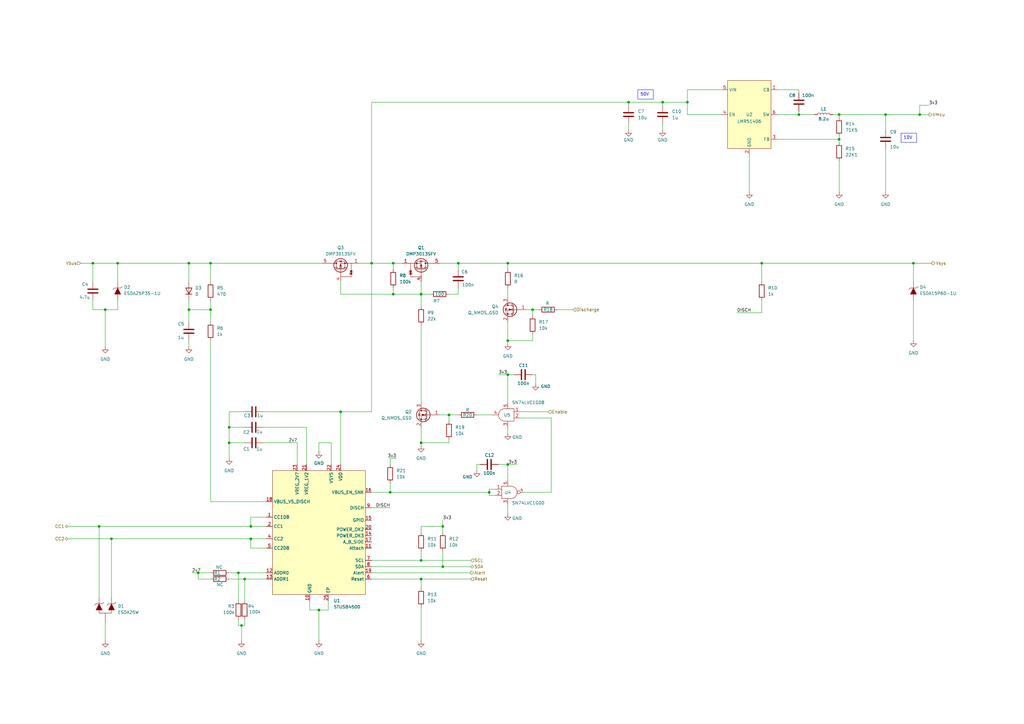
<source format=kicad_sch>
(kicad_sch (version 20250114) (generator "eeschema") (generator_version "9.0")
  (paper "A3")
  (lib_symbols
    (symbol "Device:C" (pin_numbers (hide yes)) (pin_names (offset 0.254))
      (property "Reference" "C" (at 0.635 2.54 0))
      (property "Value" "C" (at 0.635 -2.54 0))
      (symbol "C_0_1"
        (polyline (pts (xy -2.032 0.762) (xy 2.032 0.762)) (stroke (width 0.508)))
        (polyline (pts (xy -2.032 -0.762) (xy 2.032 -0.762)) (stroke (width 0.508)))
      )
      (symbol "C_1_1"
        (pin passive line (at 0 3.81 270) (length 2.794) (name "~") (number "1"))
        (pin passive line (at 0 -3.81 90) (length 2.794) (name "~") (number "2"))
      )
    )
    (symbol "Device:D" (pin_numbers (hide yes)) (pin_names (offset 1.016) (hide yes))
      (property "Reference" "D" (at 0 2.54 0))
      (property "Value" "D" (at 0 -2.54 0))
      (symbol "D_0_1"
        (polyline (pts (xy -1.27 1.27) (xy -1.27 -1.27)) (stroke (width 0.254)))
        (polyline (pts (xy 1.27 1.27) (xy 1.27 -1.27) (xy -1.27 0) (xy 1.27 1.27)) (stroke (width 0.254)))
        (polyline (pts (xy 1.27 0) (xy -1.27 0)))
      )
      (symbol "D_1_1"
        (pin passive line (at -3.81 0 0) (length 2.54) (name "K") (number "1"))
        (pin passive line (at 3.81 0 180) (length 2.54) (name "A") (number "2"))
      )
    )
    (symbol "Device:L" (pin_numbers (hide yes)) (pin_names (offset 1.016) (hide yes))
      (property "Reference" "L" (at -1.27 0 90))
      (property "Value" "L" (at 1.905 0 90))
      (symbol "L_0_1"
        (arc (start 0 2.54) (mid 0.6323 1.905) (end 0 1.27))
        (arc (start 0 1.27) (mid 0.6323 0.635) (end 0 0))
        (arc (start 0 0) (mid 0.6323 -0.635) (end 0 -1.27))
        (arc (start 0 -1.27) (mid 0.6323 -1.905) (end 0 -2.54))
      )
      (symbol "L_1_1"
        (pin passive line (at 0 3.81 270) (length 1.27) (name "1") (number "1"))
        (pin passive line (at 0 -3.81 90) (length 1.27) (name "2") (number "2"))
      )
    )
    (symbol "Device:Q_NMOS_GSD" (pin_names (offset 0) (hide yes))
      (property "Reference" "Q" (at 5.08 1.27 0))
      (property "Value" "Q_NMOS_GSD" (at 5.08 -1.27 0))
      (symbol "Q_NMOS_GSD_0_1"
        (polyline (pts (xy 0.254 1.905) (xy 0.254 -1.905)) (stroke (width 0.254)))
        (polyline (pts (xy 0.254 0) (xy -2.54 0)))
        (polyline (pts (xy 0.762 2.286) (xy 0.762 1.27)) (stroke (width 0.254)))
        (polyline (pts (xy 0.762 0.508) (xy 0.762 -0.508)) (stroke (width 0.254)))
        (polyline (pts (xy 0.762 -1.27) (xy 0.762 -2.286)) (stroke (width 0.254)))
        (polyline (pts (xy 0.762 -1.778) (xy 3.302 -1.778) (xy 3.302 1.778) (xy 0.762 1.778)))
        (polyline (pts (xy 1.016 0) (xy 2.032 0.381) (xy 2.032 -0.381) (xy 1.016 0)) (fill (type outline)))
        (circle (center 1.651 0) (radius 2.794) (stroke (width 0.254)))
        (polyline (pts (xy 2.54 2.54) (xy 2.54 1.778)))
        (circle (center 2.54 1.778) (radius 0.254) (fill (type outline)))
        (circle (center 2.54 -1.778) (radius 0.254) (fill (type outline)))
        (polyline (pts (xy 2.54 -2.54) (xy 2.54 0) (xy 0.762 0)))
        (polyline (pts (xy 2.794 0.508) (xy 2.921 0.381) (xy 3.683 0.381) (xy 3.81 0.254)))
        (polyline (pts (xy 3.302 0.381) (xy 2.921 -0.254) (xy 3.683 -0.254) (xy 3.302 0.381)))
      )
      (symbol "Q_NMOS_GSD_1_1"
        (pin input line (at -5.08 0 0) (length 2.54) (name "G") (number "1"))
        (pin passive line (at 2.54 5.08 270) (length 2.54) (name "D") (number "3"))
        (pin passive line (at 2.54 -5.08 90) (length 2.54) (name "S") (number "2"))
      )
    )
    (symbol "Device:R" (pin_numbers (hide yes)) (pin_names (offset 0))
      (property "Reference" "R" (at 2.032 0 90))
      (property "Value" "R" (at 0 0 90))
      (symbol "R_0_1"
        (rectangle (start -1.016 -2.54) (end 1.016 2.54) (stroke (width 0.254)))
      )
      (symbol "R_1_1"
        (pin passive line (at 0 3.81 270) (length 1.27) (name "~") (number "1"))
        (pin passive line (at 0 -3.81 90) (length 1.27) (name "~") (number "2"))
      )
    )
    (symbol "Pyllr_74xx:SN74LVC1G00"
      (property "Reference" "U" (at 0 0 0))
      (property "Value" "SN74LVC1G00" (at 8.382 -4.318 0))
      (symbol "SN74LVC1G00_0_1"
        (circle (center -4.445 0) (radius 0.635))
      )
      (symbol "SN74LVC1G00_1_1"
        (arc (start -1.27 -2.54) (mid -3.81 0) (end -1.27 2.54))
        (polyline (pts (xy -1.27 -2.54) (xy 2.54 -2.54) (xy 2.54 2.54) (xy -1.27 2.54)))
        (pin output line (at -6.35 0 0) (length 1.27) (name "~") (number "4"))
        (pin power_in line (at 0 5.08 270) (length 2.54) (name "~") (number "5"))
        (pin power_out line (at 0 -5.08 90) (length 2.54) (name "~") (number "3"))
        (pin input line (at 5.08 1.27 180) (length 2.54) (name "~") (number "1"))
        (pin input line (at 5.08 -1.27 180) (length 2.54) (name "~") (number "2"))
      )
    )
    (symbol "Pyllr_74xx:SN74LVC1G08"
      (property "Reference" "U" (at -0.254 0 0))
      (property "Value" "SN74LVC1G08" (at 8.382 -4.572 0))
      (symbol "SN74LVC1G08_1_1"
        (arc (start -1.27 -2.54) (mid -3.81 0) (end -1.27 2.54))
        (polyline (pts (xy -1.27 -2.54) (xy 2.54 -2.54) (xy 2.54 2.54) (xy -1.27 2.54)))
        (pin output line (at -6.35 0 0) (length 2.54) (name "~") (number "4"))
        (pin power_in line (at 0 5.08 270) (length 2.54) (name "~") (number "5"))
        (pin power_out line (at 0 -5.08 90) (length 2.54) (name "~") (number "3"))
        (pin input line (at 5.08 1.27 180) (length 2.54) (name "~") (number "1"))
        (pin input line (at 5.08 -1.27 180) (length 2.54) (name "~") (number "2"))
      )
    )
    (symbol "Pyllr_Converter_DCDC:LMR51406"
      (property "Reference" "U" (at 0 0 0))
      (property "Value" "LMR51406" (at 0 -2.286 0))
      (symbol "LMR51406_1_1"
        (rectangle (start -8.89 13.97) (end 8.89 -13.97) (fill (type background)))
        (pin power_in line (at -11.43 10.16 0) (length 2.54) (name "VIN") (number "5"))
        (pin input line (at -11.43 0 0) (length 2.54) (name "EN") (number "4"))
        (pin power_out line (at 0 -16.51 90) (length 2.54) (name "GND") (number "2"))
        (pin passive line (at 11.43 10.16 180) (length 2.54) (name "CB") (number "1"))
        (pin power_out line (at 11.43 0 180) (length 2.54) (name "SW") (number "6"))
        (pin passive line (at 11.43 -10.16 180) (length 2.54) (name "FB") (number "3"))
      )
    )
    (symbol "Pyllr_Interface_USB:STUSB4500QTR"
      (property "Reference" "U" (at 0.127 1.905 0))
      (property "Value" "STUSB4500" (at -0.127 -0.381 0))
      (symbol "STUSB4500QTR_1_1"
        (rectangle (start -19.05 25.4) (end 19.05 -25.4) (fill (type background)))
        (pin open_collector line (at -21.59 12.7 0) (length 2.54) (name "VBUS_VS_DISCH") (number "18"))
        (pin bidirectional line (at -21.59 6.35 0) (length 2.54) (name "CC1DB") (number "1"))
        (pin bidirectional line (at -21.59 2.54 0) (length 2.54) (name "CC1") (number "2"))
        (pin bidirectional line (at -21.59 -2.54 0) (length 2.54) (name "CC2") (number "4"))
        (pin bidirectional line (at -21.59 -6.35 0) (length 2.54) (name "CC2DB") (number "5"))
        (pin input line (at -21.59 -16.51 0) (length 2.54) (name "ADDR0") (number "12"))
        (pin input line (at -21.59 -19.05 0) (length 2.54) (name "ADDR1") (number "13"))
        (pin power_out line (at -8.89 27.94 270) (length 2.54) (name "VREG_2V7") (number "23"))
        (pin power_out line (at -5.08 27.94 270) (length 2.54) (name "VREG_1V2") (number "21"))
        (pin power_out line (at -3.81 -27.94 90) (length 2.54) (name "GND") (number "10"))
        (pin no_connect line (at 0 -27.94 90) (length 2.54) (hide yes) (name "NC") (number "3"))
        (pin power_out line (at 3.81 -27.94 90) (length 2.54) (name "EP") (number "25"))
        (pin power_in line (at 5.08 27.94 270) (length 2.54) (name "VSYS") (number "22"))
        (pin power_in line (at 8.89 27.94 270) (length 2.54) (name "VDD") (number "24"))
        (pin open_collector line (at 21.59 16.51 180) (length 2.54) (name "VBUS_EN_SNK") (number "16"))
        (pin open_collector line (at 21.59 10.16 180) (length 2.54) (name "DISCH") (number "9"))
        (pin output line (at 21.59 5.08 180) (length 2.54) (name "GPIO") (number "15"))
        (pin output line (at 21.59 1.27 180) (length 2.54) (name "POWER_OK2") (number "20"))
        (pin output line (at 21.59 -1.27 180) (length 2.54) (name "POWER_OK3") (number "14"))
        (pin output line (at 21.59 -3.81 180) (length 2.54) (name "A_B_SIDE") (number "17"))
        (pin output line (at 21.59 -6.35 180) (length 2.54) (name "Attach") (number "11"))
        (pin input line (at 21.59 -11.43 180) (length 2.54) (name "SCL") (number "7"))
        (pin bidirectional line (at 21.59 -13.97 180) (length 2.54) (name "SDA") (number "8"))
        (pin output line (at 21.59 -16.51 180) (length 2.54) (name "Alert") (number "19"))
        (pin input line (at 21.59 -19.05 180) (length 2.54) (name "Reset") (number "6"))
      )
    )
    (symbol "Pyllr_Power_Protection:ESDA25W" (pin_numbers (hide yes)) (pin_names (hide yes))
      (property "Reference" "D" (at 5.842 -0.127 0))
      (property "Value" "ESDA25W" (at 9.652 -2.286 0))
      (symbol "ESDA25W_0_1"
        (polyline (pts (xy 0 -2.54) (xy 0 -3.81)))
        (polyline (pts (xy 2.54 -1.27) (xy 2.54 -2.54) (xy -2.54 -2.54) (xy -2.54 -1.27)))
      )
      (symbol "ESDA25W_1_1"
        (polyline (pts (xy -3.81 -1.27) (xy -1.27 -1.27) (xy -2.54 1.27) (xy -3.81 -1.27)) (fill (type outline)))
        (polyline (pts (xy -2.54 1.27) (xy -3.81 1.27) (xy -4.445 0.635)))
        (polyline (pts (xy -2.54 1.27) (xy -1.27 1.27) (xy -0.635 1.905)))
        (polyline (pts (xy 1.27 -1.27) (xy 3.81 -1.27) (xy 2.54 1.27) (xy 1.27 -1.27)) (fill (type outline)))
        (polyline (pts (xy 2.54 1.27) (xy 1.27 1.27) (xy 0.635 0.635)))
        (polyline (pts (xy 2.54 1.27) (xy 3.81 1.27) (xy 4.445 1.905)))
        (pin passive line (at -2.54 3.81 270) (length 2.54) (name "~") (number "2"))
        (pin passive line (at 0 -6.35 90) (length 2.54) (name "~") (number "3"))
        (pin passive line (at 2.54 3.81 270) (length 2.54) (name "~") (number "1"))
      )
    )
    (symbol "Pyllr_Power_Protection:ESDAxxPxx-1U" (pin_numbers (hide yes)) (pin_names (hide yes))
      (property "Reference" "D" (at 3.683 1.27 0))
      (property "Value" "ESDAxxPxx-1U" (at 10.16 -1.143 0))
      (symbol "ESDAxxPxx-1U_1_1"
        (polyline (pts (xy -1.27 -1.27) (xy 1.27 -1.27) (xy 0 1.27) (xy -1.27 -1.27)) (fill (type outline)))
        (polyline (pts (xy 0 1.27) (xy -1.27 1.27) (xy -1.905 0.635)))
        (polyline (pts (xy 0 1.27) (xy 1.27 1.27) (xy 1.905 1.905)))
        (pin passive line (at 0 3.81 270) (length 2.54) (name "~") (number "1"))
        (pin passive line (at 0 -3.81 90) (length 2.54) (name "~") (number "2"))
      )
    )
    (symbol "Pyllr_Transistor_FET:DMP3013SFV"
      (property "Reference" "Q" (at 3.302 0.508 0))
      (property "Value" "DMP3013SFV" (at 8.89 -1.778 0))
      (symbol "DMP3013SFV_0_1"
        (polyline (pts (xy -2.286 1.905) (xy -2.286 -1.905)) (stroke (width 0.254)))
        (polyline (pts (xy -2.286 0) (xy -5.08 0)))
        (polyline (pts (xy -1.778 2.286) (xy -1.778 1.27)) (stroke (width 0.254)))
        (polyline (pts (xy -1.778 1.778) (xy 0.762 1.778) (xy 0.762 -1.778) (xy -1.778 -1.778)))
        (polyline (pts (xy -1.778 0.508) (xy -1.778 -0.508)) (stroke (width 0.254)))
        (polyline (pts (xy -1.778 -1.27) (xy -1.778 -2.286)) (stroke (width 0.254)))
        (circle (center -0.889 0) (radius 2.794) (stroke (width 0.254)))
        (polyline (pts (xy -0.254 0) (xy -1.27 0.381) (xy -1.27 -0.381) (xy -0.254 0)) (fill (type outline)))
        (polyline (pts (xy 0 5.08) (xy 0 1.905)))
        (polyline (pts (xy 0 2.54) (xy 0 1.778)))
        (circle (center 0 1.778) (radius 0.254) (fill (type outline)))
        (circle (center 0 -1.778) (radius 0.254) (fill (type outline)))
        (polyline (pts (xy 0 -1.905) (xy 0 -5.08)))
        (polyline (pts (xy 0 -2.54) (xy 0 0) (xy -1.778 0)))
        (polyline (pts (xy 0.254 -0.508) (xy 0.381 -0.381) (xy 1.143 -0.381) (xy 1.27 -0.254)))
        (polyline (pts (xy 0.762 -0.381) (xy 0.381 0.254) (xy 1.143 0.254) (xy 0.762 -0.381)))
      )
      (symbol "DMP3013SFV_1_1"
        (polyline (pts (xy -4.572 -4.318) (xy -5.588 -4.318) (xy -5.588 0)))
        (polyline (pts (xy -3.81 -4.318) (xy -3.81 -3.81) (xy -4.064 -3.556)))
        (polyline (pts (xy -3.81 -4.318) (xy -3.81 -4.826) (xy -3.556 -5.08)))
        (polyline (pts (xy -3.81 -4.318) (xy -4.572 -3.81) (xy -4.572 -4.826) (xy -3.81 -4.318)) (fill (type outline)))
        (polyline (pts (xy -3.81 -4.318) (xy -3.048 -4.826) (xy -3.048 -3.81) (xy -3.81 -4.318)) (fill (type outline)))
        (polyline (pts (xy -3.048 -4.318) (xy 0 -4.318)))
        (pin input line (at -7.62 0 0) (length 2.54) (name "~") (number "4"))
        (pin passive line (at 0 7.62 270) (length 2.54) (name "~") (number "5"))
        (pin passive line (at 0 -7.62 90) (length 2.54) (name "~") (number "1"))
        (pin passive line (at 0 -7.62 90) (length 2.54) (hide yes) (name "~") (number "2"))
        (pin passive line (at 0 -7.62 90) (length 2.54) (hide yes) (name "~") (number "3"))
      )
    )
    (symbol "power:GND" (power) (pin_numbers (hide yes)) (pin_names (offset 0) (hide yes))
      (property "Value" "GND" (at 0 -3.81 0))
      (symbol "GND_0_1"
        (polyline (pts (xy 0 0) (xy 0 -1.27) (xy 1.27 -1.27) (xy 0 -2.54) (xy -1.27 -1.27) (xy 0 -1.27)))
      )
      (symbol "GND_1_1"
        (pin power_in line (at 0 0 270) (length 0) (name "~") (number "1"))
      )
    )
  )
  (text_box "10V" (at 369.57 54.61 0) (size 6.35 3.81) (margins 0.9525 0.9525 0.9525 0.9525) (effects (font (size 1.27 1.27)) (justify left top)))
  (text_box "50V\n" (at 261.62 36.83 0) (size 6.35 3.81) (margins 0.9525 0.9525 0.9525 0.9525) (effects (font (size 1.27 1.27)) (justify left top)))
  (junction (at 86.36 127))
  (junction (at 208.28 153.67))
  (junction (at 48.26 107.95))
  (junction (at 93.98 181.61))
  (junction (at 187.96 107.95))
  (junction (at 181.61 232.41))
  (junction (at 161.29 107.95))
  (junction (at 327.66 46.99))
  (junction (at 271.78 41.91))
  (junction (at 257.81 41.91))
  (junction (at 40.64 215.9))
  (junction (at 152.4 107.95))
  (junction (at 218.44 127))
  (junction (at 38.1 107.95))
  (junction (at 100.33 237.49))
  (junction (at 172.72 237.49))
  (junction (at 93.98 175.26))
  (junction (at 139.7 168.91))
  (junction (at 377.19 46.99))
  (junction (at 81.28 234.95))
  (junction (at 208.28 107.95))
  (junction (at 208.28 139.7))
  (junction (at 77.47 127))
  (junction (at 130.81 250.19))
  (junction (at 281.94 41.91))
  (junction (at 181.61 215.9))
  (junction (at 172.72 229.87))
  (junction (at 86.36 107.95))
  (junction (at 363.22 46.99))
  (junction (at 344.17 46.99))
  (junction (at 45.72 220.98))
  (junction (at 77.47 107.95))
  (junction (at 344.17 57.15))
  (junction (at 184.15 170.18))
  (junction (at 200.66 201.93))
  (junction (at 312.42 107.95))
  (junction (at 172.72 120.65))
  (junction (at 102.87 220.98))
  (junction (at 160.02 201.93))
  (junction (at 208.28 190.5))
  (junction (at 43.18 127))
  (junction (at 161.29 120.65))
  (junction (at 172.72 181.61))
  (junction (at 99.06 256.54))
  (junction (at 374.65 107.95))
  (junction (at 102.87 215.9))
  (junction (at 97.79 234.95))
  (wire (pts (xy 152.4 237.49) (xy 172.72 237.49)))
  (wire (pts (xy 374.65 123.19) (xy 374.65 139.7)))
  (wire (pts (xy 218.44 127) (xy 218.44 129.54)))
  (wire (pts (xy 200.66 203.2) (xy 203.2 203.2)))
  (wire (pts (xy 77.47 107.95) (xy 77.47 115.57)))
  (wire (pts (xy 93.98 168.91) (xy 93.98 175.26)))
  (wire (pts (xy 172.72 120.65) (xy 172.72 125.73)))
  (wire (pts (xy 281.94 41.91) (xy 271.78 41.91)))
  (wire (pts (xy 377.19 43.18) (xy 381 43.18)))
  (wire (pts (xy 307.34 63.5) (xy 307.34 78.74)))
  (wire (pts (xy 40.64 215.9) (xy 40.64 245.11)))
  (wire (pts (xy 312.42 107.95) (xy 312.42 115.57)))
  (wire (pts (xy 48.26 107.95) (xy 77.47 107.95)))
  (wire (pts (xy 77.47 127) (xy 86.36 127)))
  (wire (pts (xy 271.78 50.8) (xy 271.78 53.34)))
  (wire (pts (xy 281.94 41.91) (xy 281.94 46.99)))
  (wire (pts (xy 172.72 181.61) (xy 184.15 181.61)))
  (wire (pts (xy 363.22 46.99) (xy 363.22 53.34)))
  (wire (pts (xy 135.89 181.61) (xy 130.81 181.61)))
  (wire (pts (xy 86.36 139.7) (xy 86.36 205.74)))
  (wire (pts (xy 213.36 171.45) (xy 226.06 171.45)))
  (wire (pts (xy 172.72 181.61) (xy 172.72 182.88)))
  (wire (pts (xy 318.77 36.83) (xy 327.66 36.83)))
  (wire (pts (xy 48.26 107.95) (xy 48.26 115.57)))
  (wire (pts (xy 377.19 46.99) (xy 381 46.99)))
  (wire (pts (xy 130.81 250.19) (xy 134.62 250.19)))
  (wire (pts (xy 172.72 237.49) (xy 193.04 237.49)))
  (wire (pts (xy 195.58 170.18) (xy 201.93 170.18)))
  (wire (pts (xy 204.47 153.67) (xy 208.28 153.67)))
  (wire (pts (xy 271.78 41.91) (xy 257.81 41.91)))
  (wire (pts (xy 208.28 153.67) (xy 208.28 165.1)))
  (wire (pts (xy 130.81 262.89) (xy 130.81 250.19)))
  (wire (pts (xy 152.4 232.41) (xy 181.61 232.41)))
  (wire (pts (xy 344.17 46.99) (xy 363.22 46.99)))
  (wire (pts (xy 160.02 198.12) (xy 160.02 201.93)))
  (wire (pts (xy 195.58 190.5) (xy 196.85 190.5)))
  (wire (pts (xy 257.81 41.91) (xy 152.4 41.91)))
  (wire (pts (xy 152.4 41.91) (xy 152.4 107.95)))
  (wire (pts (xy 109.22 220.98) (xy 102.87 220.98)))
  (wire (pts (xy 27.94 215.9) (xy 40.64 215.9)))
  (wire (pts (xy 135.89 190.5) (xy 135.89 181.61)))
  (wire (pts (xy 102.87 215.9) (xy 102.87 212.09)))
  (wire (pts (xy 180.34 107.95) (xy 187.96 107.95)))
  (wire (pts (xy 195.58 193.04) (xy 195.58 190.5)))
  (wire (pts (xy 125.73 175.26) (xy 125.73 190.5)))
  (wire (pts (xy 218.44 127) (xy 220.98 127)))
  (wire (pts (xy 130.81 250.19) (xy 127 250.19)))
  (wire (pts (xy 152.4 107.95) (xy 161.29 107.95)))
  (wire (pts (xy 344.17 46.99) (xy 344.17 48.26)))
  (wire (pts (xy 99.06 256.54) (xy 100.33 256.54)))
  (wire (pts (xy 281.94 46.99) (xy 295.91 46.99)))
  (wire (pts (xy 38.1 127) (xy 43.18 127)))
  (wire (pts (xy 257.81 41.91) (xy 257.81 43.18)))
  (wire (pts (xy 38.1 107.95) (xy 48.26 107.95)))
  (wire (pts (xy 172.72 133.35) (xy 172.72 165.1)))
  (wire (pts (xy 77.47 107.95) (xy 86.36 107.95)))
  (wire (pts (xy 344.17 55.88) (xy 344.17 57.15)))
  (wire (pts (xy 312.42 107.95) (xy 374.65 107.95)))
  (wire (pts (xy 312.42 123.19) (xy 312.42 128.27)))
  (wire (pts (xy 127 250.19) (xy 127 246.38)))
  (wire (pts (xy 215.9 127) (xy 218.44 127)))
  (wire (pts (xy 187.96 118.11) (xy 187.96 120.65)))
  (wire (pts (xy 38.1 107.95) (xy 38.1 115.57)))
  (wire (pts (xy 93.98 175.26) (xy 93.98 181.61)))
  (wire (pts (xy 184.15 170.18) (xy 187.96 170.18)))
  (wire (pts (xy 130.81 181.61) (xy 130.81 185.42)))
  (wire (pts (xy 200.66 201.93) (xy 200.66 203.2)))
  (wire (pts (xy 81.28 237.49) (xy 86.36 237.49)))
  (wire (pts (xy 152.4 208.28) (xy 160.02 208.28)))
  (wire (pts (xy 208.28 139.7) (xy 208.28 140.97)))
  (wire (pts (xy 134.62 250.19) (xy 134.62 246.38)))
  (wire (pts (xy 226.06 171.45) (xy 226.06 201.93)))
  (wire (pts (xy 100.33 256.54) (xy 100.33 254)))
  (wire (pts (xy 181.61 232.41) (xy 181.61 226.06)))
  (wire (pts (xy 210.82 153.67) (xy 208.28 153.67)))
  (wire (pts (xy 139.7 120.65) (xy 161.29 120.65)))
  (wire (pts (xy 161.29 107.95) (xy 161.29 110.49)))
  (wire (pts (xy 172.72 215.9) (xy 172.72 218.44)))
  (wire (pts (xy 318.77 57.15) (xy 344.17 57.15)))
  (wire (pts (xy 181.61 215.9) (xy 181.61 218.44)))
  (wire (pts (xy 344.17 66.04) (xy 344.17 78.74)))
  (wire (pts (xy 257.81 50.8) (xy 257.81 53.34)))
  (wire (pts (xy 77.47 123.19) (xy 77.47 127)))
  (wire (pts (xy 81.28 234.95) (xy 86.36 234.95)))
  (wire (pts (xy 172.72 175.26) (xy 172.72 181.61)))
  (wire (pts (xy 341.63 46.99) (xy 344.17 46.99)))
  (wire (pts (xy 184.15 180.34) (xy 184.15 181.61)))
  (wire (pts (xy 107.95 168.91) (xy 139.7 168.91)))
  (wire (pts (xy 208.28 190.5) (xy 208.28 196.85)))
  (wire (pts (xy 152.4 168.91) (xy 152.4 107.95)))
  (wire (pts (xy 147.32 107.95) (xy 152.4 107.95)))
  (wire (pts (xy 93.98 237.49) (xy 100.33 237.49)))
  (wire (pts (xy 86.36 127) (xy 86.36 132.08)))
  (wire (pts (xy 102.87 220.98) (xy 102.87 224.79)))
  (wire (pts (xy 172.72 120.65) (xy 172.72 115.57)))
  (wire (pts (xy 86.36 205.74) (xy 109.22 205.74)))
  (wire (pts (xy 187.96 107.95) (xy 208.28 107.95)))
  (wire (pts (xy 187.96 120.65) (xy 184.15 120.65)))
  (wire (pts (xy 208.28 107.95) (xy 312.42 107.95)))
  (wire (pts (xy 152.4 201.93) (xy 160.02 201.93)))
  (wire (pts (xy 97.79 256.54) (xy 99.06 256.54)))
  (wire (pts (xy 97.79 254) (xy 97.79 256.54)))
  (wire (pts (xy 107.95 181.61) (xy 121.92 181.61)))
  (wire (pts (xy 109.22 215.9) (xy 102.87 215.9)))
  (wire (pts (xy 86.36 107.95) (xy 132.08 107.95)))
  (wire (pts (xy 281.94 36.83) (xy 281.94 41.91)))
  (wire (pts (xy 45.72 220.98) (xy 45.72 245.11)))
  (wire (pts (xy 363.22 60.96) (xy 363.22 78.74)))
  (wire (pts (xy 200.66 200.66) (xy 203.2 200.66)))
  (wire (pts (xy 97.79 234.95) (xy 97.79 246.38)))
  (wire (pts (xy 208.28 132.08) (xy 208.28 139.7)))
  (wire (pts (xy 214.63 201.93) (xy 226.06 201.93)))
  (wire (pts (xy 78.74 234.95) (xy 81.28 234.95)))
  (wire (pts (xy 172.72 229.87) (xy 193.04 229.87)))
  (wire (pts (xy 208.28 107.95) (xy 208.28 110.49)))
  (wire (pts (xy 374.65 107.95) (xy 374.65 115.57)))
  (wire (pts (xy 161.29 118.11) (xy 161.29 120.65)))
  (wire (pts (xy 33.02 107.95) (xy 38.1 107.95)))
  (wire (pts (xy 77.47 127) (xy 77.47 132.08)))
  (wire (pts (xy 208.28 190.5) (xy 212.09 190.5)))
  (wire (pts (xy 208.28 175.26) (xy 208.28 177.8)))
  (wire (pts (xy 181.61 232.41) (xy 193.04 232.41)))
  (wire (pts (xy 100.33 237.49) (xy 100.33 246.38)))
  (wire (pts (xy 160.02 187.96) (xy 162.56 187.96)))
  (wire (pts (xy 27.94 220.98) (xy 45.72 220.98)))
  (wire (pts (xy 102.87 212.09) (xy 109.22 212.09)))
  (wire (pts (xy 363.22 46.99) (xy 377.19 46.99)))
  (wire (pts (xy 97.79 234.95) (xy 109.22 234.95)))
  (wire (pts (xy 139.7 168.91) (xy 152.4 168.91)))
  (wire (pts (xy 218.44 139.7) (xy 208.28 139.7)))
  (wire (pts (xy 77.47 139.7) (xy 77.47 142.24)))
  (wire (pts (xy 102.87 224.79) (xy 109.22 224.79)))
  (wire (pts (xy 374.65 107.95) (xy 382.27 107.95)))
  (wire (pts (xy 204.47 190.5) (xy 208.28 190.5)))
  (wire (pts (xy 327.66 36.83) (xy 327.66 38.1)))
  (wire (pts (xy 181.61 215.9) (xy 172.72 215.9)))
  (wire (pts (xy 81.28 234.95) (xy 81.28 237.49)))
  (wire (pts (xy 218.44 153.67) (xy 219.71 153.67)))
  (wire (pts (xy 181.61 213.36) (xy 181.61 215.9)))
  (wire (pts (xy 318.77 46.99) (xy 327.66 46.99)))
  (wire (pts (xy 208.28 118.11) (xy 208.28 121.92)))
  (wire (pts (xy 218.44 137.16) (xy 218.44 139.7)))
  (wire (pts (xy 45.72 220.98) (xy 102.87 220.98)))
  (wire (pts (xy 139.7 168.91) (xy 139.7 190.5)))
  (wire (pts (xy 172.72 229.87) (xy 172.72 226.06)))
  (wire (pts (xy 38.1 123.19) (xy 38.1 127)))
  (wire (pts (xy 344.17 57.15) (xy 344.17 58.42)))
  (wire (pts (xy 139.7 120.65) (xy 139.7 115.57)))
  (wire (pts (xy 99.06 256.54) (xy 99.06 262.89)))
  (wire (pts (xy 100.33 181.61) (xy 93.98 181.61)))
  (wire (pts (xy 152.4 234.95) (xy 193.04 234.95)))
  (wire (pts (xy 172.72 237.49) (xy 172.72 241.3)))
  (wire (pts (xy 187.96 107.95) (xy 187.96 110.49)))
  (wire (pts (xy 86.36 123.19) (xy 86.36 127)))
  (wire (pts (xy 160.02 190.5) (xy 160.02 187.96)))
  (wire (pts (xy 43.18 127) (xy 43.18 142.24)))
  (wire (pts (xy 161.29 120.65) (xy 172.72 120.65)))
  (wire (pts (xy 40.64 215.9) (xy 102.87 215.9)))
  (wire (pts (xy 200.66 200.66) (xy 200.66 201.93)))
  (wire (pts (xy 213.36 168.91) (xy 224.79 168.91)))
  (wire (pts (xy 100.33 168.91) (xy 93.98 168.91)))
  (wire (pts (xy 377.19 46.99) (xy 377.19 43.18)))
  (wire (pts (xy 43.18 255.27) (xy 43.18 262.89)))
  (wire (pts (xy 93.98 181.61) (xy 93.98 187.96)))
  (wire (pts (xy 327.66 45.72) (xy 327.66 46.99)))
  (wire (pts (xy 93.98 234.95) (xy 97.79 234.95)))
  (wire (pts (xy 219.71 153.67) (xy 219.71 157.48)))
  (wire (pts (xy 172.72 248.92) (xy 172.72 262.89)))
  (wire (pts (xy 48.26 123.19) (xy 48.26 127)))
  (wire (pts (xy 86.36 107.95) (xy 86.36 115.57)))
  (wire (pts (xy 152.4 229.87) (xy 172.72 229.87)))
  (wire (pts (xy 208.28 207.01) (xy 208.28 210.82)))
  (wire (pts (xy 100.33 237.49) (xy 109.22 237.49)))
  (wire (pts (xy 271.78 41.91) (xy 271.78 43.18)))
  (wire (pts (xy 161.29 107.95) (xy 165.1 107.95)))
  (wire (pts (xy 302.26 128.27) (xy 312.42 128.27)))
  (wire (pts (xy 184.15 170.18) (xy 184.15 172.72)))
  (wire (pts (xy 180.34 170.18) (xy 184.15 170.18)))
  (wire (pts (xy 43.18 127) (xy 48.26 127)))
  (wire (pts (xy 281.94 36.83) (xy 295.91 36.83)))
  (wire (pts (xy 172.72 120.65) (xy 176.53 120.65)))
  (wire (pts (xy 228.6 127) (xy 234.95 127)))
  (wire (pts (xy 327.66 46.99) (xy 334.01 46.99)))
  (wire (pts (xy 121.92 181.61) (xy 121.92 190.5)))
  (wire (pts (xy 160.02 201.93) (xy 200.66 201.93)))
  (wire (pts (xy 107.95 175.26) (xy 125.73 175.26)))
  (wire (pts (xy 100.33 175.26) (xy 93.98 175.26)))
  (label "3v3" (at 204.47 153.67 0))
  (label "3v3" (at 212.09 190.5 180))
  (label "3v3" (at 162.56 187.96 180))
  (label "2v7" (at 78.74 234.95 0))
  (label "3v3" (at 381 43.18 0))
  (label "DISCH" (at 302.26 128.27 0))
  (label "2v7" (at 121.92 181.61 180))
  (label "3v3" (at 181.61 213.36 0))
  (label "DISCH" (at 160.02 208.28 180))
  (hierarchical_label "SCL" (shape input) (at 193.04 229.87 0))
  (hierarchical_label "CC2" (shape bidirectional) (at 27.94 220.98 180))
  (hierarchical_label "CC1" (shape bidirectional) (at 27.94 215.9 180))
  (hierarchical_label "Vsys" (shape output) (at 382.27 107.95 0))
  (hierarchical_label "Vmcu" (shape output) (at 381 46.99 0))
  (hierarchical_label "Alert" (shape output) (at 193.04 234.95 0))
  (hierarchical_label "SDA" (shape bidirectional) (at 193.04 232.41 0))
  (hierarchical_label "Enable" (shape input) (at 224.79 168.91 0))
  (hierarchical_label "Vbus" (shape input) (at 33.02 107.95 180))
  (hierarchical_label "Discharge" (shape input) (at 234.95 127 0))
  (hierarchical_label "Reset" (shape input) (at 193.04 237.49 0))
  (symbol (lib_id "Device:C") (at 200.66 190.5 90) (unit 1)
    (property "Reference" "C12" (at 202.6919 186.69 90) (effects (justify left)))
    (property "Value" "100n" (at 203.1999 194.056 90) (effects (justify left)))
    (property "Footprint" "Capacitor_SMD:C_0603_1608Metric" (effects (hide yes)))
    (property "Description" "Unpolarized capacitor" (effects (hide yes)))
  )
  (symbol (lib_id "Device:R") (at 344.17 52.07 0) (unit 1)
    (property "Reference" "R14" (at 346.71 50.7999 0) (effects (justify left)))
    (property "Value" "71K5" (at 346.71 53.3399 0) (effects (justify left)))
    (property "Footprint" "Resistor_SMD:R_0603_1608Metric" (effects (hide yes)))
    (property "Description" "Resistor" (effects (hide yes)))
  )
  (symbol (lib_id "power:GND") (at 43.18 142.24 0) (unit 1)
    (property "Reference" "#PWR08" (effects (hide yes)))
    (property "Value" "GND" (at 43.18 147.32 0))
    (property "Description" "Power symbol creates a global label with name \"GND\" , ground" (effects (hide yes)))
  )
  (symbol (lib_id "Device:C") (at 77.47 135.89 0) (unit 1)
    (property "Reference" "C5" (at 72.898 132.8419 0) (effects (justify left)))
    (property "Value" "1u" (at 72.898 138.4299 0) (effects (justify left)))
    (property "Footprint" "Capacitor_SMD:C_0603_1608Metric" (effects (hide yes)))
    (property "Description" "Unpolarized capacitor" (effects (hide yes)))
  )
  (symbol (lib_id "Device:R") (at 208.28 114.3 0) (unit 1)
    (property "Reference" "R16" (at 210.82 113.0299 0) (effects (justify left)))
    (property "Value" "R" (at 210.82 115.5699 0) (effects (justify left)))
    (property "Footprint" "Resistor_SMD:R_0603_1608Metric" (effects (hide yes)))
    (property "Description" "Resistor" (effects (hide yes)))
  )
  (symbol (lib_id "Pyllr_Power_Protection:ESDAxxPxx-1U") (at 374.65 119.38 0) (unit 1)
    (property "Reference" "D4" (at 377.19 117.7924 0) (effects (justify left)))
    (property "Value" "ESDA15P60-1U" (at 377.19 120.3324 0) (effects (justify left)))
    (property "Footprint" "Pyllr_Package_DFN_QFN:QFN-2L" (effects (hide yes)))
    (property "Datasheet" "https://www.st.com/resource/en/datasheet/esda7p60-1u1m.pdf" (effects (hide yes)))
  )
  (symbol (lib_id "Device:C") (at 363.22 57.15 0) (unit 1)
    (property "Reference" "C9" (at 364.998 54.1019 0) (effects (justify left)))
    (property "Value" "10u" (at 364.998 60.1979 0) (effects (justify left)))
    (property "Footprint" "Capacitor_SMD:C_1210_3225Metric" (effects (hide yes)))
    (property "Description" "Unpolarized capacitor" (effects (hide yes)))
  )
  (symbol (lib_id "Device:C") (at 327.66 41.91 0) (unit 1)
    (property "Reference" "C8" (at 323.596 39.1159 0) (effects (justify left)))
    (property "Value" "100n" (at 328.93 39.1159 0) (effects (justify left)))
    (property "Footprint" "Capacitor_SMD:C_0603_1608Metric" (effects (hide yes)))
    (property "Description" "Unpolarized capacitor" (effects (hide yes)))
  )
  (symbol (lib_id "power:GND") (at 344.17 78.74 0) (unit 1)
    (property "Reference" "#PWR014" (effects (hide yes)))
    (property "Value" "GND" (at 344.17 83.82 0))
    (property "Description" "Power symbol creates a global label with name \"GND\" , ground" (effects (hide yes)))
  )
  (symbol (lib_id "power:GND") (at 208.28 177.8 0) (unit 1)
    (property "Reference" "#PWR016" (effects (hide yes)))
    (property "Value" "GND" (at 212.09 179.324 0))
    (property "Description" "Power symbol creates a global label with name \"GND\" , ground" (effects (hide yes)))
  )
  (symbol (lib_id "Device:C") (at 214.63 153.67 90) (unit 1)
    (property "Reference" "C11" (at 216.6619 149.86 90) (effects (justify left)))
    (property "Value" "100n" (at 217.1699 157.226 90) (effects (justify left)))
    (property "Footprint" "Capacitor_SMD:C_0603_1608Metric" (effects (hide yes)))
    (property "Description" "Unpolarized capacitor" (effects (hide yes)))
  )
  (symbol (lib_id "Device:R") (at 86.36 119.38 0) (unit 1)
    (property "Reference" "R5" (at 88.9 118.1099 0) (effects (justify left)))
    (property "Value" "470" (at 88.9 120.6499 0) (effects (justify left)))
    (property "Footprint" "Resistor_SMD:R_0603_1608Metric" (effects (hide yes)))
    (property "Description" "Resistor" (effects (hide yes)))
  )
  (symbol (lib_id "Device:C") (at 187.96 114.3 180) (unit 1)
    (property "Reference" "C6" (at 189.23 111.5059 0) (effects (justify right)))
    (property "Value" "100n" (at 189.484 116.8399 0) (effects (justify right)))
    (property "Footprint" "Capacitor_SMD:C_0603_1608Metric" (effects (hide yes)))
    (property "Description" "Unpolarized capacitor" (effects (hide yes)))
  )
  (symbol (lib_id "Pyllr_Interface_USB:STUSB4500QTR") (at 130.81 218.44 0) (unit 1)
    (property "Reference" "U1" (at 136.8141 246.38 0) (effects (justify left)))
    (property "Value" "STUSB4500" (at 136.8141 248.92 0) (effects (justify left)))
    (property "Footprint" "Pyllr_Package_DFN_QFN:QFN-24_1EP_3.95x3.95mm_P0.5mm_2.55x2.55mm" (effects (hide yes)))
    (property "Datasheet" "https://www.st.com/resource/en/datasheet/stusb4500.pdf" (effects (hide yes)))
  )
  (symbol (lib_id "Pyllr_Transistor_FET:DMP3013SFV") (at 139.7 107.95 90) (unit 1)
    (property "Reference" "Q3" (at 139.7 101.6 90))
    (property "Value" "DMP3013SFV" (at 139.7 104.14 90))
    (property "Footprint" "Pyllr_Package_SON:PowerDI3333-8-UX" (effects (hide yes)))
    (property "Datasheet" "https://nl.mouser.com/datasheet/2/115/DIOD_S_A0008513542_1-2543083.pdf" (effects (hide yes)))
  )
  (symbol (lib_id "power:GND") (at 195.58 193.04 0) (unit 1)
    (property "Reference" "#PWR019" (effects (hide yes)))
    (property "Value" "GND" (at 191.77 195.58 0))
    (property "Description" "Power symbol creates a global label with name \"GND\" , ground" (effects (hide yes)))
  )
  (symbol (lib_id "Pyllr_Converter_DCDC:LMR51406") (at 307.34 46.99 0) (unit 1)
    (property "Reference" "U2" (at 307.34 46.99 0))
    (property "Value" "LMR51406" (at 307.34 49.784 0))
    (property "Footprint" "Pyllr_Package_TO_SOT_SMD:SOT23-6_2.6W" (effects (hide yes)))
    (property "Datasheet" "https://www.ti.com/lit/ds/symlink/lmr51410.pdf?ts=1733317184428&ref_url=https%253A%252F%252Fwww.ti.com%252Fproduct%252FLMR51410" (effects (hide yes)))
  )
  (symbol (lib_id "Device:C") (at 271.78 46.99 0) (unit 1)
    (property "Reference" "C10" (at 275.59 45.7199 0) (effects (justify left)))
    (property "Value" "1u" (at 275.59 48.2599 0) (effects (justify left)))
    (property "Footprint" "Capacitor_SMD:C_0603_1608Metric" (effects (hide yes)))
    (property "Description" "Unpolarized capacitor" (effects (hide yes)))
  )
  (symbol (lib_id "Device:C") (at 104.14 168.91 270) (unit 1)
    (property "Reference" "C3" (at 101.346 170.434 90))
    (property "Value" "1u" (at 106.68 170.434 90))
    (property "Footprint" "Capacitor_SMD:C_0603_1608Metric" (effects (hide yes)))
    (property "Description" "Unpolarized capacitor" (effects (hide yes)))
  )
  (symbol (lib_id "Device:D") (at 77.47 119.38 90) (unit 1)
    (property "Reference" "D3" (at 80.01 118.1099 90) (effects (justify right)))
    (property "Value" "D" (at 80.01 120.6499 90) (effects (justify right)))
    (property "Footprint" "Diode_SMD:D_SMA" (effects (hide yes)))
    (property "Description" "Diode" (effects (hide yes)))
    (property "Sim.Device" "D" (effects (hide yes)))
    (property "Sim.Pins" "1=K 2=A" (effects (hide yes)))
  )
  (symbol (lib_id "Device:R") (at 172.72 222.25 0) (unit 1)
    (property "Reference" "R11" (at 175.26 220.9799 0) (effects (justify left)))
    (property "Value" "10k" (at 175.26 223.5199 0) (effects (justify left)))
    (property "Footprint" "Resistor_SMD:R_0603_1608Metric" (effects (hide yes)))
    (property "Description" "Resistor" (effects (hide yes)))
  )
  (symbol (lib_id "Device:R") (at 224.79 127 90) (unit 1)
    (property "Reference" "R18" (at 224.79 127 90))
    (property "Value" "R" (at 224.536 124.46 90))
    (property "Footprint" "Resistor_SMD:R_0603_1608Metric" (effects (hide yes)))
    (property "Description" "Resistor" (effects (hide yes)))
  )
  (symbol (lib_id "Device:R") (at 181.61 222.25 0) (unit 1)
    (property "Reference" "R12" (at 184.15 220.9799 0) (effects (justify left)))
    (property "Value" "10k" (at 184.15 223.5199 0) (effects (justify left)))
    (property "Footprint" "Resistor_SMD:R_0603_1608Metric" (effects (hide yes)))
    (property "Description" "Resistor" (effects (hide yes)))
  )
  (symbol (lib_id "power:GND") (at 208.28 140.97 0) (unit 1)
    (property "Reference" "#PWR06" (effects (hide yes)))
    (property "Value" "GND" (at 208.28 146.05 0))
    (property "Description" "Power symbol creates a global label with name \"GND\" , ground" (effects (hide yes)))
  )
  (symbol (lib_id "Device:C") (at 104.14 175.26 270) (unit 1)
    (property "Reference" "C2" (at 101.092 177.292 90))
    (property "Value" "1u" (at 106.426 177.038 90))
    (property "Footprint" "Capacitor_SMD:C_0603_1608Metric" (effects (hide yes)))
    (property "Description" "Unpolarized capacitor" (effects (hide yes)))
  )
  (symbol (lib_id "power:GND") (at 172.72 182.88 0) (unit 1)
    (property "Reference" "#PWR015" (effects (hide yes)))
    (property "Value" "GND" (at 172.72 187.96 0))
    (property "Description" "Power symbol creates a global label with name \"GND\" , ground" (effects (hide yes)))
  )
  (symbol (lib_id "power:GND") (at 93.98 187.96 0) (unit 1)
    (property "Reference" "#PWR05" (effects (hide yes)))
    (property "Value" "GND" (at 93.98 193.04 0))
    (property "Description" "Power symbol creates a global label with name \"GND\" , ground" (effects (hide yes)))
  )
  (symbol (lib_id "Device:R") (at 90.17 237.49 90) (unit 1)
    (property "Reference" "R2" (at 89.154 237.49 90))
    (property "Value" "NC" (at 90.17 239.776 90))
    (property "Footprint" "Resistor_SMD:R_0603_1608Metric" (effects (hide yes)))
    (property "Description" "Resistor" (effects (hide yes)))
  )
  (symbol (lib_id "Device:R") (at 97.79 250.19 180) (unit 1)
    (property "Reference" "R3" (at 93.472 248.6659 0) (effects (justify right)))
    (property "Value" "100k" (at 91.44 251.2059 0) (effects (justify right)))
    (property "Footprint" "Resistor_SMD:R_0603_1608Metric" (effects (hide yes)))
    (property "Description" "Resistor" (effects (hide yes)))
  )
  (symbol (lib_id "power:GND") (at 172.72 262.89 0) (unit 1)
    (property "Reference" "#PWR011" (effects (hide yes)))
    (property "Value" "GND" (at 172.72 267.97 0))
    (property "Description" "Power symbol creates a global label with name \"GND\" , ground" (effects (hide yes)))
  )
  (symbol (lib_id "power:GND") (at 77.47 142.24 0) (unit 1)
    (property "Reference" "#PWR09" (effects (hide yes)))
    (property "Value" "GND" (at 77.47 147.32 0))
    (property "Description" "Power symbol creates a global label with name \"GND\" , ground" (effects (hide yes)))
  )
  (symbol (lib_id "Device:R") (at 184.15 176.53 0) (unit 1)
    (property "Reference" "R19" (at 186.69 175.2599 0) (effects (justify left)))
    (property "Value" "10k" (at 186.69 177.7999 0) (effects (justify left)))
    (property "Footprint" "Resistor_SMD:R_0603_1608Metric" (effects (hide yes)))
    (property "Description" "Resistor" (effects (hide yes)))
  )
  (symbol (lib_id "power:GND") (at 43.18 262.89 0) (unit 1)
    (property "Reference" "#PWR02" (effects (hide yes)))
    (property "Value" "GND" (at 43.18 267.97 0))
    (property "Description" "Power symbol creates a global label with name \"GND\" , ground" (effects (hide yes)))
  )
  (symbol (lib_id "Device:R") (at 344.17 62.23 0) (unit 1)
    (property "Reference" "R15" (at 346.71 60.9599 0) (effects (justify left)))
    (property "Value" "22K1" (at 346.71 63.4999 0) (effects (justify left)))
    (property "Footprint" "Resistor_SMD:R_0603_1608Metric" (effects (hide yes)))
    (property "Description" "Resistor" (effects (hide yes)))
  )
  (symbol (lib_id "Device:R") (at 172.72 129.54 180) (unit 1)
    (property "Reference" "R9" (at 175.26 128.2699 0) (effects (justify right)))
    (property "Value" "22k" (at 175.26 130.8099 0) (effects (justify right)))
    (property "Footprint" "Resistor_SMD:R_0603_1608Metric" (effects (hide yes)))
    (property "Description" "Resistor" (effects (hide yes)))
  )
  (symbol (lib_id "Device:R") (at 191.77 170.18 90) (unit 1)
    (property "Reference" "R20" (at 191.77 170.18 90))
    (property "Value" "R" (at 191.77 168.148 90))
    (property "Footprint" "Resistor_SMD:R_0603_1608Metric" (effects (hide yes)))
    (property "Description" "Resistor" (effects (hide yes)))
  )
  (symbol (lib_id "Pyllr_Transistor_FET:DMP3013SFV") (at 172.72 107.95 270) (mirror x) (unit 1)
    (property "Reference" "Q1" (at 172.72 101.6 90))
    (property "Value" "DMP3013SFV" (at 172.72 104.14 90))
    (property "Footprint" "Pyllr_Package_SON:PowerDI3333-8-UX" (effects (hide yes)))
    (property "Datasheet" "https://nl.mouser.com/datasheet/2/115/DIOD_S_A0008513542_1-2543083.pdf" (effects (hide yes)))
  )
  (symbol (lib_id "Device:C") (at 257.81 46.99 0) (unit 1)
    (property "Reference" "C7" (at 261.62 45.7199 0) (effects (justify left)))
    (property "Value" "10u" (at 261.62 48.2599 0) (effects (justify left)))
    (property "Footprint" "Capacitor_SMD:C_1210_3225Metric" (effects (hide yes)))
    (property "Description" "Unpolarized capacitor" (effects (hide yes)))
  )
  (symbol (lib_id "power:GND") (at 271.78 53.34 0) (unit 1)
    (property "Reference" "#PWR020" (effects (hide yes)))
    (property "Value" "GND" (at 271.78 57.404 0))
    (property "Description" "Power symbol creates a global label with name \"GND\" , ground" (effects (hide yes)))
  )
  (symbol (lib_id "power:GND") (at 99.06 262.89 0) (unit 1)
    (property "Reference" "#PWR03" (effects (hide yes)))
    (property "Value" "GND" (at 99.06 267.97 0))
    (property "Description" "Power symbol creates a global label with name \"GND\" , ground" (effects (hide yes)))
  )
  (symbol (lib_id "Pyllr_74xx:SN74LVC1G00") (at 208.28 201.93 0) (mirror y) (unit 1)
    (property "Reference" "U4" (at 208.28 201.9614 0))
    (property "Value" "SN74LVC1G00" (at 216.662 206.2794 0))
    (property "Footprint" "Pyllr_Package_TO_SOT_SMD:SOT23-5_2.6W" (effects (hide yes)))
    (property "Datasheet" "https://www.ti.com/lit/ds/symlink/sn74lvc1g00.pdf?ts=1733435991147&ref_url=https%253A%252F%252Fwww.ti.com%252Flogic-voltage-translation%252Flogic-gates%252Fnand-gates%252Fproducts.html" (effects (hide yes)))
  )
  (symbol (lib_id "Device:C") (at 104.14 181.61 270) (unit 1)
    (property "Reference" "C1" (at 101.092 184.15 90))
    (property "Value" "1u" (at 106.426 184.15 90))
    (property "Footprint" "Capacitor_SMD:C_0603_1608Metric" (effects (hide yes)))
    (property "Description" "Unpolarized capacitor" (effects (hide yes)))
  )
  (symbol (lib_id "Pyllr_Power_Protection:ESDAxxPxx-1U") (at 48.26 119.38 0) (unit 1)
    (property "Reference" "D2" (at 50.8 117.7924 0) (effects (justify left)))
    (property "Value" "ESDA25P35-1U" (at 50.8 120.3324 0) (effects (justify left)))
    (property "Footprint" "Pyllr_Package_DFN_QFN:QFN-2L" (effects (hide yes)))
    (property "Datasheet" "https://www.st.com/resource/en/datasheet/esda7p60-1u1m.pdf" (effects (hide yes)))
  )
  (symbol (lib_id "power:GND") (at 130.81 262.89 0) (unit 1)
    (property "Reference" "#PWR04" (effects (hide yes)))
    (property "Value" "GND" (at 130.81 267.97 0))
    (property "Description" "Power symbol creates a global label with name \"GND\" , ground" (effects (hide yes)))
  )
  (symbol (lib_id "power:GND") (at 374.65 139.7 0) (unit 1)
    (property "Reference" "#PWR010" (effects (hide yes)))
    (property "Value" "GND" (at 374.65 144.78 0))
    (property "Description" "Power symbol creates a global label with name \"GND\" , ground" (effects (hide yes)))
  )
  (symbol (lib_id "Pyllr_Power_Protection:ESDA25W") (at 43.18 248.92 0) (unit 1)
    (property "Reference" "D1" (at 48.26 248.6024 0) (effects (justify left)))
    (property "Value" "ESDA25W" (at 48.26 251.1424 0) (effects (justify left)))
    (property "Footprint" "Pyllr_Package_TO_SOT_SMD:SOT323-3L" (effects (hide yes)))
    (property "Datasheet" "https://www.st.com/resource/en/datasheet/esdaxxxwx.pdf" (effects (hide yes)))
  )
  (symbol (lib_id "power:GND") (at 363.22 78.74 0) (unit 1)
    (property "Reference" "#PWR013" (effects (hide yes)))
    (property "Value" "GND" (at 363.22 83.82 0))
    (property "Description" "Power symbol creates a global label with name \"GND\" , ground" (effects (hide yes)))
  )
  (symbol (lib_id "power:GND") (at 219.71 157.48 0) (unit 1)
    (property "Reference" "#PWR018" (effects (hide yes)))
    (property "Value" "GND" (at 223.774 158.496 0))
    (property "Description" "Power symbol creates a global label with name \"GND\" , ground" (effects (hide yes)))
  )
  (symbol (lib_id "Device:R") (at 218.44 133.35 0) (unit 1)
    (property "Reference" "R17" (at 220.98 132.0799 0) (effects (justify left)))
    (property "Value" "10k" (at 220.98 134.6199 0) (effects (justify left)))
    (property "Footprint" "Resistor_SMD:R_0603_1608Metric" (effects (hide yes)))
    (property "Description" "Resistor" (effects (hide yes)))
  )
  (symbol (lib_id "power:GND") (at 208.28 210.82 0) (unit 1)
    (property "Reference" "#PWR017" (effects (hide yes)))
    (property "Value" "GND" (at 212.09 212.598 0))
    (property "Description" "Power symbol creates a global label with name \"GND\" , ground" (effects (hide yes)))
  )
  (symbol (lib_id "power:GND") (at 130.81 185.42 0) (unit 1)
    (property "Reference" "#PWR07" (effects (hide yes)))
    (property "Value" "GND" (at 130.81 189.992 0))
    (property "Description" "Power symbol creates a global label with name \"GND\" , ground" (effects (hide yes)))
  )
  (symbol (lib_id "Device:R") (at 86.36 135.89 0) (unit 1)
    (property "Reference" "R6" (at 88.9 134.6199 0) (effects (justify left)))
    (property "Value" "1k" (at 88.9 137.1599 0) (effects (justify left)))
    (property "Footprint" "Resistor_SMD:R_0603_1608Metric" (effects (hide yes)))
    (property "Description" "Resistor" (effects (hide yes)))
  )
  (symbol (lib_id "Device:L") (at 337.82 46.99 90) (unit 1)
    (property "Reference" "L1" (at 337.82 44.704 90))
    (property "Value" "8.2u" (at 337.82 48.768 90))
    (property "Footprint" "Inductor_SMD:L_1008_2520Metric" (effects (hide yes)))
    (property "Description" "Inductor" (effects (hide yes)))
  )
  (symbol (lib_id "Device:Q_NMOS_GSD") (at 175.26 170.18 0) (mirror y) (unit 1)
    (property "Reference" "Q2" (at 168.91 168.9099 0) (effects (justify left)))
    (property "Value" "Q_NMOS_GSD" (at 168.91 171.4499 0) (effects (justify left)))
    (property "Footprint" "Package_TO_SOT_SMD:SOT-23-3" (effects (hide yes)))
    (property "Description" "N-MOSFET transistor, gate/source/drain" (effects (hide yes)))
  )
  (symbol (lib_id "Device:R") (at 161.29 114.3 180) (unit 1)
    (property "Reference" "R8" (at 163.83 113.0299 0) (effects (justify right)))
    (property "Value" "100k" (at 163.83 115.5699 0) (effects (justify right)))
    (property "Footprint" "Resistor_SMD:R_0603_1608Metric" (effects (hide yes)))
    (property "Description" "Resistor" (effects (hide yes)))
  )
  (symbol (lib_id "Device:R") (at 180.34 120.65 90) (unit 1)
    (property "Reference" "R7" (at 179.07 123.444 90))
    (property "Value" "100" (at 180.34 120.65 90))
    (property "Footprint" "Resistor_SMD:R_0603_1608Metric" (effects (hide yes)))
    (property "Description" "Resistor" (effects (hide yes)))
  )
  (symbol (lib_id "Device:Q_NMOS_GSD") (at 210.82 127 0) (mirror y) (unit 1)
    (property "Reference" "Q4" (at 204.47 125.7299 0) (effects (justify left)))
    (property "Value" "Q_NMOS_GSD" (at 204.47 128.2699 0) (effects (justify left)))
    (property "Footprint" "Package_TO_SOT_SMD:SOT-23-3" (effects (hide yes)))
    (property "Description" "N-MOSFET transistor, gate/source/drain" (effects (hide yes)))
  )
  (symbol (lib_id "Device:R") (at 160.02 194.31 0) (unit 1)
    (property "Reference" "R21" (at 162.56 193.0399 0) (effects (justify left)))
    (property "Value" "10k" (at 162.56 195.5799 0) (effects (justify left)))
    (property "Footprint" "Resistor_SMD:R_0603_1608Metric" (effects (hide yes)))
    (property "Description" "Resistor" (effects (hide yes)))
  )
  (symbol (lib_id "power:GND") (at 307.34 78.74 0) (unit 1)
    (property "Reference" "#PWR012" (effects (hide yes)))
    (property "Value" "GND" (at 307.34 83.82 0))
    (property "Description" "Power symbol creates a global label with name \"GND\" , ground" (effects (hide yes)))
  )
  (symbol (lib_id "Device:C") (at 38.1 119.38 0) (unit 1)
    (property "Reference" "C4" (at 33.528 116.5859 0) (effects (justify left)))
    (property "Value" "4.7u" (at 32.512 121.9199 0) (effects (justify left)))
    (property "Footprint" "Capacitor_SMD:C_0603_1608Metric" (effects (hide yes)))
    (property "Description" "Unpolarized capacitor" (effects (hide yes)))
  )
  (symbol (lib_id "Device:R") (at 100.33 250.19 180) (unit 1)
    (property "Reference" "R4" (at 101.6 248.6659 0) (effects (justify right)))
    (property "Value" "100k" (at 102.108 250.9519 0) (effects (justify right)))
    (property "Footprint" "Resistor_SMD:R_0603_1608Metric" (effects (hide yes)))
    (property "Description" "Resistor" (effects (hide yes)))
  )
  (symbol (lib_id "Device:R") (at 172.72 245.11 0) (unit 1)
    (property "Reference" "R13" (at 175.26 243.8399 0) (effects (justify left)))
    (property "Value" "10k" (at 175.26 246.3799 0) (effects (justify left)))
    (property "Footprint" "Resistor_SMD:R_0603_1608Metric" (effects (hide yes)))
    (property "Description" "Resistor" (effects (hide yes)))
  )
  (symbol (lib_id "power:GND") (at 257.81 53.34 0) (unit 1)
    (property "Reference" "#PWR01" (effects (hide yes)))
    (property "Value" "GND" (at 257.81 57.404 0))
    (property "Description" "Power symbol creates a global label with name \"GND\" , ground" (effects (hide yes)))
  )
  (symbol (lib_id "Pyllr_74xx:SN74LVC1G08") (at 208.28 170.18 0) (unit 1)
    (property "Reference" "U5" (at 206.6291 170.18 0) (effects (justify left)))
    (property "Value" "SN74LVC1G08" (at 209.9311 165.1 0) (effects (justify left)))
    (property "Footprint" "Pyllr_Package_TO_SOT_SMD:SOT23-5_2.6W" (effects (hide yes)))
    (property "Datasheet" "https://www.ti.com/lit/ds/symlink/sn74lvc1g08-q1.pdf?ts=1733395081101&ref_url=https%253A%252F%252Fwww.google.com%252F" (effects (hide yes)))
  )
  (symbol (lib_id "Device:R") (at 312.42 119.38 180) (unit 1)
    (property "Reference" "R10" (at 314.96 118.1099 0) (effects (justify right)))
    (property "Value" "1k" (at 314.96 120.6499 0) (effects (justify right)))
    (property "Footprint" "Resistor_SMD:R_0603_1608Metric" (effects (hide yes)))
    (property "Description" "Resistor" (effects (hide yes)))
  )
  (symbol (lib_id "Device:R") (at 90.17 234.95 90) (unit 1)
    (property "Reference" "R1" (at 89.154 234.95 90))
    (property "Value" "NC" (at 89.916 232.664 90))
    (property "Footprint" "Resistor_SMD:R_0603_1608Metric" (effects (hide yes)))
    (property "Description" "Resistor" (effects (hide yes)))
  )
)
</source>
